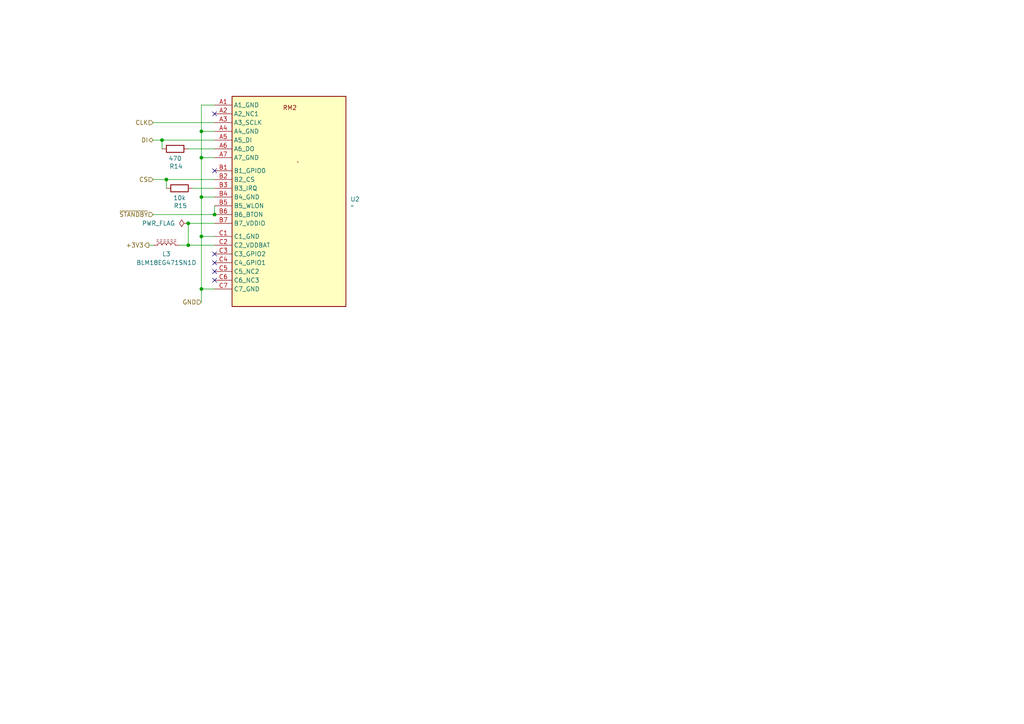
<source format=kicad_sch>
(kicad_sch (version 20250114) (generator "eeschema") (generator_version "9.0")
  (paper "A4")
  (title_block (title "Brique") (date "2025-04-08") (company "Tommy Gilligan"))
  (lib_symbols
    (symbol "Device:L_Ferrite" (pin_numbers (hide yes)) (pin_names (offset 1.016) (hide yes))
      (property "Reference" "L" (at -1.27 0 90))
      (property "Value" "L_Ferrite" (at 2.794 0 90))
      (symbol "L_Ferrite_0_1"
        (arc (start 0 2.54) (mid 0.6323 1.905) (end 0 1.27))
        (arc (start 0 1.27) (mid 0.6323 0.635) (end 0 0))
        (arc (start 0 0) (mid 0.6323 -0.635) (end 0 -1.27))
        (arc (start 0 -1.27) (mid 0.6323 -1.905) (end 0 -2.54))
        (polyline (pts (xy 1.016 2.286) (xy 1.016 2.794)))
        (polyline (pts (xy 1.016 1.27) (xy 1.016 1.778)))
        (polyline (pts (xy 1.016 0.254) (xy 1.016 0.762)))
        (polyline (pts (xy 1.016 -0.762) (xy 1.016 -0.254)))
        (polyline (pts (xy 1.016 -1.778) (xy 1.016 -1.27)))
        (polyline (pts (xy 1.016 -2.794) (xy 1.016 -2.286)))
        (polyline (pts (xy 1.524 2.794) (xy 1.524 2.286)))
        (polyline (pts (xy 1.524 1.778) (xy 1.524 1.27)))
        (polyline (pts (xy 1.524 0.762) (xy 1.524 0.254)))
        (polyline (pts (xy 1.524 -0.254) (xy 1.524 -0.762)))
        (polyline (pts (xy 1.524 -1.27) (xy 1.524 -1.778)))
        (polyline (pts (xy 1.524 -2.286) (xy 1.524 -2.794)))
      )
      (symbol "L_Ferrite_1_1"
        (pin passive line (at 0 3.81 270) (length 1.27) (name "1") (number "1"))
        (pin passive line (at 0 -3.81 90) (length 1.27) (name "2") (number "2"))
      )
    )
    (symbol "Device:R" (pin_numbers (hide yes)) (pin_names (offset 0))
      (property "Reference" "R" (at 2.032 0 90))
      (property "Value" "R" (at 0 0 90))
      (symbol "R_0_1"
        (rectangle (start -1.016 -2.54) (end 1.016 2.54) (stroke (width 0.254)))
      )
      (symbol "R_1_1"
        (pin passive line (at 0 3.81 270) (length 1.27) (name "~") (number "1"))
        (pin passive line (at 0 -3.81 90) (length 1.27) (name "~") (number "2"))
      )
    )
    (symbol "RF_WiFi:RM2"
      (property "Reference" "U4" (at 1.27 -41.2749 0))
      (property "Value" "~" (at 1.27 -43.18 0))
      (symbol "RM2_0_1"
        (rectangle (start -33.02 -11.43) (end 0 -72.39) (stroke (width 0.254)) (fill (type background)))
        (circle (center -13.97 -30.48) (radius 0.0001))
      )
      (symbol "RM2_1_1"
        (text "RM2" (at -16.256 -14.732 0) (effects (font (size 1.27 1.27))))
        (pin power_in line (at -38.1 -13.97 0) (length 5.08) (name "A1_GND") (number "A1"))
        (pin output line (at -38.1 -16.51 0) (length 5.08) (name "A2_NC1") (number "A2"))
        (pin output line (at -38.1 -19.05 0) (length 5.08) (name "A3_SCLK") (number "A3"))
        (pin power_in line (at -38.1 -21.59 0) (length 5.08) (name "A4_GND") (number "A4"))
        (pin output line (at -38.1 -24.13 0) (length 5.08) (name "A5_DI") (number "A5"))
        (pin output line (at -38.1 -26.67 0) (length 5.08) (name "A6_DO") (number "A6"))
        (pin power_in line (at -38.1 -29.21 0) (length 5.08) (name "A7_GND") (number "A7"))
        (pin output line (at -38.1 -33.02 0) (length 5.08) (name "B1_GPIO0") (number "B1"))
        (pin output line (at -38.1 -35.56 0) (length 5.08) (name "B2_CS") (number "B2"))
        (pin output line (at -38.1 -38.1 0) (length 5.08) (name "B3_IRQ") (number "B3"))
        (pin power_in line (at -38.1 -40.64 0) (length 5.08) (name "B4_GND") (number "B4"))
        (pin input line (at -38.1 -43.18 0) (length 5.08) (name "B5_WLON") (number "B5"))
        (pin input line (at -38.1 -45.72 0) (length 5.08) (name "B6_BTON") (number "B6"))
        (pin power_in line (at -38.1 -48.26 0) (length 5.08) (name "B7_VDDIO") (number "B7"))
        (pin power_in line (at -38.1 -52.07 0) (length 5.08) (name "C1_GND") (number "C1"))
        (pin power_in line (at -38.1 -54.61 0) (length 5.08) (name "C2_VDDBAT") (number "C2"))
        (pin output line (at -38.1 -57.15 0) (length 5.08) (name "C3_GPIO2") (number "C3"))
        (pin output line (at -38.1 -59.69 0) (length 5.08) (name "C4_GPIO1") (number "C4"))
        (pin output line (at -38.1 -62.23 0) (length 5.08) (name "C5_NC2") (number "C5"))
        (pin output line (at -38.1 -64.77 0) (length 5.08) (name "C6_NC3") (number "C6"))
        (pin power_in line (at -38.1 -67.31 0) (length 5.08) (name "C7_GND") (number "C7"))
      )
    )
    (symbol "power:PWR_FLAG" (power) (pin_numbers (hide yes)) (pin_names (offset 0) (hide yes))
      (property "Value" "PWR_FLAG" (at 0 3.81 0))
      (symbol "PWR_FLAG_0_0"
        (pin power_out line (at 0 0 90) (length 0) (name "~") (number "1"))
      )
      (symbol "PWR_FLAG_0_1"
        (polyline (pts (xy 0 0) (xy 0 1.27) (xy -1.016 1.905) (xy 0 2.54) (xy 1.016 1.905) (xy 0 1.27)))
      )
    )
  )
  (junction (at 58.42 38.1))
  (junction (at 54.61 71.12))
  (junction (at 46.99 40.64))
  (junction (at 58.42 45.72))
  (junction (at 62.23 62.23))
  (junction (at 58.42 83.82))
  (junction (at 54.61 64.77))
  (junction (at 58.42 68.58))
  (junction (at 58.42 57.15))
  (junction (at 48.26 52.07))
  (no_connect (at 62.23 73.66))
  (no_connect (at 62.23 33.02))
  (no_connect (at 62.23 76.2))
  (no_connect (at 62.23 78.74))
  (no_connect (at 62.23 49.53))
  (no_connect (at 62.23 81.28))
  (wire (pts (xy 58.42 30.48) (xy 58.42 38.1)))
  (wire (pts (xy 44.45 62.23) (xy 62.23 62.23)))
  (wire (pts (xy 44.45 71.12) (xy 43.18 71.12)))
  (wire (pts (xy 58.42 57.15) (xy 58.42 68.58)))
  (wire (pts (xy 58.42 38.1) (xy 58.42 45.72)))
  (wire (pts (xy 48.26 52.07) (xy 48.26 54.61)))
  (wire (pts (xy 46.99 40.64) (xy 62.23 40.64)))
  (wire (pts (xy 58.42 57.15) (xy 62.23 57.15)))
  (wire (pts (xy 58.42 45.72) (xy 58.42 57.15)))
  (wire (pts (xy 54.61 64.77) (xy 54.61 71.12)))
  (wire (pts (xy 46.99 40.64) (xy 46.99 43.18)))
  (wire (pts (xy 58.42 68.58) (xy 62.23 68.58)))
  (wire (pts (xy 48.26 52.07) (xy 62.23 52.07)))
  (wire (pts (xy 52.07 71.12) (xy 54.61 71.12)))
  (wire (pts (xy 58.42 45.72) (xy 62.23 45.72)))
  (wire (pts (xy 54.61 43.18) (xy 62.23 43.18)))
  (wire (pts (xy 58.42 83.82) (xy 62.23 83.82)))
  (wire (pts (xy 62.23 62.23) (xy 62.23 59.69)))
  (wire (pts (xy 55.88 54.61) (xy 62.23 54.61)))
  (wire (pts (xy 44.45 52.07) (xy 48.26 52.07)))
  (wire (pts (xy 62.23 64.77) (xy 54.61 64.77)))
  (wire (pts (xy 58.42 68.58) (xy 58.42 83.82)))
  (wire (pts (xy 62.23 30.48) (xy 58.42 30.48)))
  (wire (pts (xy 44.45 35.56) (xy 62.23 35.56)))
  (wire (pts (xy 58.42 38.1) (xy 62.23 38.1)))
  (wire (pts (xy 44.45 40.64) (xy 46.99 40.64)))
  (wire (pts (xy 54.61 71.12) (xy 62.23 71.12)))
  (wire (pts (xy 58.42 83.82) (xy 58.42 87.63)))
  (hierarchical_label "+3V3" (shape output) (at 43.18 71.12 180))
  (hierarchical_label "CS" (shape input) (at 44.45 52.07 180))
  (hierarchical_label "~{STANDBY}" (shape input) (at 44.45 62.23 180))
  (hierarchical_label "GND" (shape input) (at 58.42 87.63 180))
  (hierarchical_label "DI" (shape bidirectional) (at 44.45 40.64 180))
  (hierarchical_label "CLK" (shape input) (at 44.45 35.56 180))
  (symbol (lib_id "Device:R") (at 52.07 54.61 270) (unit 1)
    (property "Reference" "R15" (at 52.324 59.69 90))
    (property "Value" "10k" (at 52.07 57.404 90))
    (property "Footprint" "Resistor_SMD:R_0402_1005Metric" (effects (hide yes)))
    (property "Description" "Resistor" (effects (hide yes)))
    (property "JLCPCB" "C60490" (effects (hide yes)))
  )
  (symbol (lib_id "RF_WiFi:RM2") (at 100.33 16.51 0) (unit 1) (exclude_from_sim yes) (in_bom no)
    (property "Reference" "U2" (at 101.6 57.7849 0) (effects (justify left)))
    (property "Value" "~" (at 101.6 59.69 0) (effects (justify left)))
    (property "Footprint" "RF_WiFi:RM2" (effects (hide yes)))
  )
  (symbol (lib_id "Device:R") (at 50.8 43.18 270) (unit 1)
    (property "Reference" "R14" (at 51.054 48.26 90))
    (property "Value" "470" (at 50.8 45.974 90))
    (property "Footprint" "Resistor_SMD:R_0402_1005Metric" (effects (hide yes)))
    (property "Description" "Resistor" (effects (hide yes)))
    (property "JLCPCB" "C114877" (effects (hide yes)))
  )
  (symbol (lib_id "Device:L_Ferrite") (at 48.26 71.12 90) (unit 1)
    (property "Reference" "L3" (at 48.26 73.66 90))
    (property "Value" "BLM18EG471SN1D" (at 48.26 76.2 90))
    (property "Footprint" "Inductor_SMD:L_0201_0603Metric" (effects (hide yes)))
    (property "JLCPCB" "C337880" (effects (hide yes)))
  )
  (symbol (lib_id "power:PWR_FLAG") (at 54.61 64.77 90) (unit 1)
    (property "Reference" "#FLG04" (effects (hide yes)))
    (property "Value" "PWR_FLAG" (at 50.8 64.7699 90) (effects (justify left)))
    (property "Description" "Special symbol for telling ERC where power comes from" (effects (hide yes)))
  )
)
</source>
